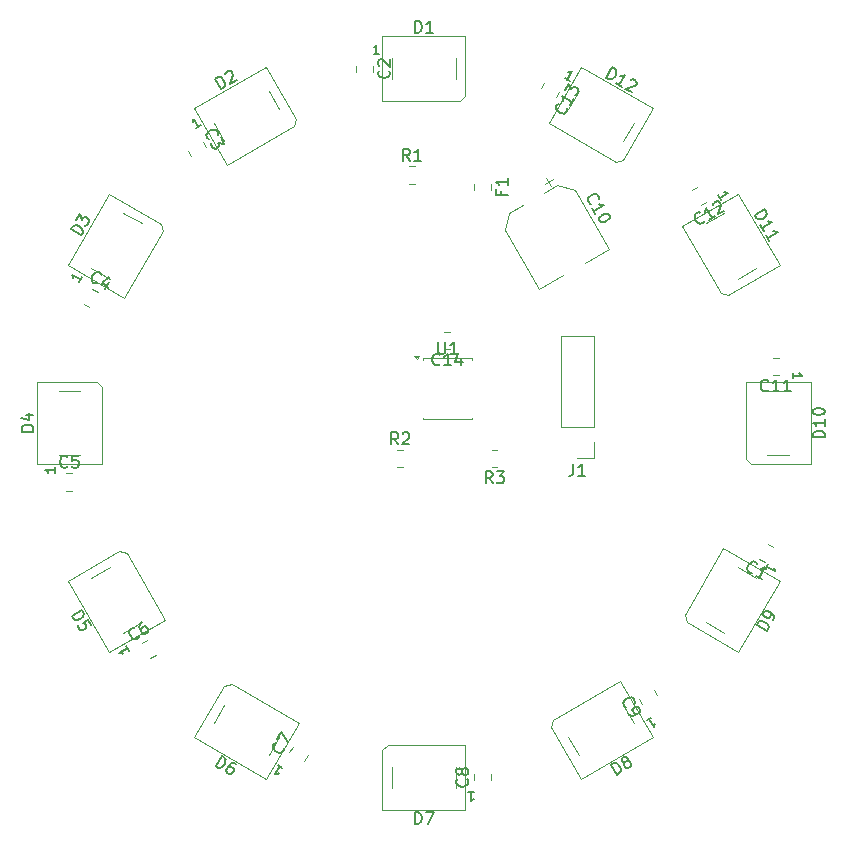
<source format=gbr>
%TF.GenerationSoftware,KiCad,Pcbnew,9.0.6*%
%TF.CreationDate,2026-02-24T16:40:53+01:00*%
%TF.ProjectId,MPC-Status,4d50432d-5374-4617-9475-732e6b696361,rev?*%
%TF.SameCoordinates,Original*%
%TF.FileFunction,Legend,Top*%
%TF.FilePolarity,Positive*%
%FSLAX46Y46*%
G04 Gerber Fmt 4.6, Leading zero omitted, Abs format (unit mm)*
G04 Created by KiCad (PCBNEW 9.0.6) date 2026-02-24 16:40:53*
%MOMM*%
%LPD*%
G01*
G04 APERTURE LIST*
%ADD10C,0.150000*%
%ADD11C,0.120000*%
G04 APERTURE END LIST*
D10*
X132383381Y-134055926D02*
X132883381Y-133189901D01*
X132883381Y-133189901D02*
X133089578Y-133308948D01*
X133089578Y-133308948D02*
X133189486Y-133421616D01*
X133189486Y-133421616D02*
X133224346Y-133551714D01*
X133224346Y-133551714D02*
X133217966Y-133658002D01*
X133217966Y-133658002D02*
X133163967Y-133846769D01*
X133163967Y-133846769D02*
X133092539Y-133970487D01*
X133092539Y-133970487D02*
X132956061Y-134111634D01*
X132956061Y-134111634D02*
X132867203Y-134170303D01*
X132867203Y-134170303D02*
X132737105Y-134205163D01*
X132737105Y-134205163D02*
X132589578Y-134174974D01*
X132589578Y-134174974D02*
X132383381Y-134055926D01*
X134120560Y-133904186D02*
X133955603Y-133808948D01*
X133955603Y-133808948D02*
X133849315Y-133802568D01*
X133849315Y-133802568D02*
X133784266Y-133819998D01*
X133784266Y-133819998D02*
X133630359Y-133896097D01*
X133630359Y-133896097D02*
X133493882Y-134037245D01*
X133493882Y-134037245D02*
X133303405Y-134367159D01*
X133303405Y-134367159D02*
X133297026Y-134473447D01*
X133297026Y-134473447D02*
X133314455Y-134538496D01*
X133314455Y-134538496D02*
X133373124Y-134627355D01*
X133373124Y-134627355D02*
X133538082Y-134722593D01*
X133538082Y-134722593D02*
X133644370Y-134728972D01*
X133644370Y-134728972D02*
X133709419Y-134711543D01*
X133709419Y-134711543D02*
X133798277Y-134652874D01*
X133798277Y-134652874D02*
X133917325Y-134446677D01*
X133917325Y-134446677D02*
X133923704Y-134340389D01*
X133923704Y-134340389D02*
X133906275Y-134275340D01*
X133906275Y-134275340D02*
X133847606Y-134186482D01*
X133847606Y-134186482D02*
X133682648Y-134091244D01*
X133682648Y-134091244D02*
X133576360Y-134084864D01*
X133576360Y-134084864D02*
X133511311Y-134102294D01*
X133511311Y-134102294D02*
X133422453Y-134160963D01*
X137647300Y-133957598D02*
X138043197Y-134186169D01*
X137845249Y-134071883D02*
X137445249Y-134764704D01*
X137445249Y-134764704D02*
X137568375Y-134703825D01*
X137568375Y-134703825D02*
X137672453Y-134675937D01*
X137672453Y-134675937D02*
X137757483Y-134681041D01*
X151357142Y-100039580D02*
X151309523Y-100087200D01*
X151309523Y-100087200D02*
X151166666Y-100134819D01*
X151166666Y-100134819D02*
X151071428Y-100134819D01*
X151071428Y-100134819D02*
X150928571Y-100087200D01*
X150928571Y-100087200D02*
X150833333Y-99991961D01*
X150833333Y-99991961D02*
X150785714Y-99896723D01*
X150785714Y-99896723D02*
X150738095Y-99706247D01*
X150738095Y-99706247D02*
X150738095Y-99563390D01*
X150738095Y-99563390D02*
X150785714Y-99372914D01*
X150785714Y-99372914D02*
X150833333Y-99277676D01*
X150833333Y-99277676D02*
X150928571Y-99182438D01*
X150928571Y-99182438D02*
X151071428Y-99134819D01*
X151071428Y-99134819D02*
X151166666Y-99134819D01*
X151166666Y-99134819D02*
X151309523Y-99182438D01*
X151309523Y-99182438D02*
X151357142Y-99230057D01*
X152309523Y-100134819D02*
X151738095Y-100134819D01*
X152023809Y-100134819D02*
X152023809Y-99134819D01*
X152023809Y-99134819D02*
X151928571Y-99277676D01*
X151928571Y-99277676D02*
X151833333Y-99372914D01*
X151833333Y-99372914D02*
X151738095Y-99420533D01*
X153166666Y-99468152D02*
X153166666Y-100134819D01*
X152928571Y-99087200D02*
X152690476Y-99801485D01*
X152690476Y-99801485D02*
X153309523Y-99801485D01*
X151238095Y-98149819D02*
X151238095Y-98959342D01*
X151238095Y-98959342D02*
X151285714Y-99054580D01*
X151285714Y-99054580D02*
X151333333Y-99102200D01*
X151333333Y-99102200D02*
X151428571Y-99149819D01*
X151428571Y-99149819D02*
X151619047Y-99149819D01*
X151619047Y-99149819D02*
X151714285Y-99102200D01*
X151714285Y-99102200D02*
X151761904Y-99054580D01*
X151761904Y-99054580D02*
X151809523Y-98959342D01*
X151809523Y-98959342D02*
X151809523Y-98149819D01*
X152809523Y-99149819D02*
X152238095Y-99149819D01*
X152523809Y-99149819D02*
X152523809Y-98149819D01*
X152523809Y-98149819D02*
X152428571Y-98292676D01*
X152428571Y-98292676D02*
X152333333Y-98387914D01*
X152333333Y-98387914D02*
X152238095Y-98435533D01*
X120205978Y-121338200D02*
X121072004Y-120838200D01*
X121072004Y-120838200D02*
X121191051Y-121044397D01*
X121191051Y-121044397D02*
X121221241Y-121191924D01*
X121221241Y-121191924D02*
X121186381Y-121322022D01*
X121186381Y-121322022D02*
X121127712Y-121410880D01*
X121127712Y-121410880D02*
X120986564Y-121547358D01*
X120986564Y-121547358D02*
X120862846Y-121618786D01*
X120862846Y-121618786D02*
X120674080Y-121672785D01*
X120674080Y-121672785D02*
X120567791Y-121679165D01*
X120567791Y-121679165D02*
X120437694Y-121644305D01*
X120437694Y-121644305D02*
X120325026Y-121544397D01*
X120325026Y-121544397D02*
X120205978Y-121338200D01*
X121810099Y-122116619D02*
X121572004Y-121704226D01*
X121572004Y-121704226D02*
X121135801Y-121901082D01*
X121135801Y-121901082D02*
X121200850Y-121918511D01*
X121200850Y-121918511D02*
X121289708Y-121977180D01*
X121289708Y-121977180D02*
X121408756Y-122183377D01*
X121408756Y-122183377D02*
X121415136Y-122289665D01*
X121415136Y-122289665D02*
X121397706Y-122354714D01*
X121397706Y-122354714D02*
X121339037Y-122443572D01*
X121339037Y-122443572D02*
X121132840Y-122562620D01*
X121132840Y-122562620D02*
X121026552Y-122569000D01*
X121026552Y-122569000D02*
X120961503Y-122551570D01*
X120961503Y-122551570D02*
X120872645Y-122492901D01*
X120872645Y-122492901D02*
X120753597Y-122286704D01*
X120753597Y-122286704D02*
X120747218Y-122180416D01*
X120747218Y-122180416D02*
X120764647Y-122115367D01*
X124813829Y-123885005D02*
X125042401Y-124280902D01*
X124928115Y-124082954D02*
X124235295Y-124482954D01*
X124235295Y-124482954D02*
X124372364Y-124491794D01*
X124372364Y-124491794D02*
X124476443Y-124519681D01*
X124476443Y-124519681D02*
X124547529Y-124566617D01*
X173763059Y-87887757D02*
X173745630Y-87952806D01*
X173745630Y-87952806D02*
X173645721Y-88065474D01*
X173645721Y-88065474D02*
X173563243Y-88113093D01*
X173563243Y-88113093D02*
X173415715Y-88143282D01*
X173415715Y-88143282D02*
X173285617Y-88108423D01*
X173285617Y-88108423D02*
X173196759Y-88049754D01*
X173196759Y-88049754D02*
X173060282Y-87908606D01*
X173060282Y-87908606D02*
X172988853Y-87784888D01*
X172988853Y-87784888D02*
X172934854Y-87596121D01*
X172934854Y-87596121D02*
X172928475Y-87489833D01*
X172928475Y-87489833D02*
X172963334Y-87359736D01*
X172963334Y-87359736D02*
X173063243Y-87247068D01*
X173063243Y-87247068D02*
X173145721Y-87199449D01*
X173145721Y-87199449D02*
X173293249Y-87169259D01*
X173293249Y-87169259D02*
X173358297Y-87186689D01*
X174635464Y-87494045D02*
X174140593Y-87779760D01*
X174388029Y-87636903D02*
X173888029Y-86770877D01*
X173888029Y-86770877D02*
X173876979Y-86942214D01*
X173876979Y-86942214D02*
X173842119Y-87072312D01*
X173842119Y-87072312D02*
X173783450Y-87161170D01*
X174512998Y-86520022D02*
X174530428Y-86454974D01*
X174530428Y-86454974D02*
X174589097Y-86366115D01*
X174589097Y-86366115D02*
X174795293Y-86247068D01*
X174795293Y-86247068D02*
X174901582Y-86240688D01*
X174901582Y-86240688D02*
X174966630Y-86258118D01*
X174966630Y-86258118D02*
X175055489Y-86316787D01*
X175055489Y-86316787D02*
X175103108Y-86399265D01*
X175103108Y-86399265D02*
X175133297Y-86546793D01*
X175133297Y-86546793D02*
X174924140Y-87327379D01*
X174924140Y-87327379D02*
X175460251Y-87017855D01*
X125896952Y-123058566D02*
X125879522Y-123123615D01*
X125879522Y-123123615D02*
X125779614Y-123236283D01*
X125779614Y-123236283D02*
X125697135Y-123283902D01*
X125697135Y-123283902D02*
X125549608Y-123314091D01*
X125549608Y-123314091D02*
X125419510Y-123279231D01*
X125419510Y-123279231D02*
X125330652Y-123220562D01*
X125330652Y-123220562D02*
X125194174Y-123079415D01*
X125194174Y-123079415D02*
X125122746Y-122955697D01*
X125122746Y-122955697D02*
X125068747Y-122766930D01*
X125068747Y-122766930D02*
X125062367Y-122660642D01*
X125062367Y-122660642D02*
X125097227Y-122530544D01*
X125097227Y-122530544D02*
X125197135Y-122417876D01*
X125197135Y-122417876D02*
X125279614Y-122370257D01*
X125279614Y-122370257D02*
X125427141Y-122340068D01*
X125427141Y-122340068D02*
X125492190Y-122357498D01*
X126186878Y-121846448D02*
X126021921Y-121941686D01*
X126021921Y-121941686D02*
X125963252Y-122030544D01*
X125963252Y-122030544D02*
X125945822Y-122095593D01*
X125945822Y-122095593D02*
X125934772Y-122266930D01*
X125934772Y-122266930D02*
X125988771Y-122455697D01*
X125988771Y-122455697D02*
X126179247Y-122785611D01*
X126179247Y-122785611D02*
X126268106Y-122844280D01*
X126268106Y-122844280D02*
X126333154Y-122861710D01*
X126333154Y-122861710D02*
X126439443Y-122855330D01*
X126439443Y-122855330D02*
X126604400Y-122760092D01*
X126604400Y-122760092D02*
X126663069Y-122671234D01*
X126663069Y-122671234D02*
X126680499Y-122606185D01*
X126680499Y-122606185D02*
X126674119Y-122499897D01*
X126674119Y-122499897D02*
X126555071Y-122293700D01*
X126555071Y-122293700D02*
X126466213Y-122235031D01*
X126466213Y-122235031D02*
X126401164Y-122217601D01*
X126401164Y-122217601D02*
X126294876Y-122223981D01*
X126294876Y-122223981D02*
X126129919Y-122319219D01*
X126129919Y-122319219D02*
X126071250Y-122408078D01*
X126071250Y-122408078D02*
X126053820Y-122473126D01*
X126053820Y-122473126D02*
X126060200Y-122579415D01*
X167150337Y-129075453D02*
X167085288Y-129058023D01*
X167085288Y-129058023D02*
X166972620Y-128958115D01*
X166972620Y-128958115D02*
X166925001Y-128875636D01*
X166925001Y-128875636D02*
X166894812Y-128728109D01*
X166894812Y-128728109D02*
X166929672Y-128598011D01*
X166929672Y-128598011D02*
X166988341Y-128509153D01*
X166988341Y-128509153D02*
X167129488Y-128372675D01*
X167129488Y-128372675D02*
X167253206Y-128301247D01*
X167253206Y-128301247D02*
X167441973Y-128247248D01*
X167441973Y-128247248D02*
X167548261Y-128240868D01*
X167548261Y-128240868D02*
X167678359Y-128275728D01*
X167678359Y-128275728D02*
X167791027Y-128375636D01*
X167791027Y-128375636D02*
X167838646Y-128458115D01*
X167838646Y-128458115D02*
X167868835Y-128605642D01*
X167868835Y-128605642D02*
X167851405Y-128670691D01*
X167305954Y-129535465D02*
X167401192Y-129700422D01*
X167401192Y-129700422D02*
X167490050Y-129759091D01*
X167490050Y-129759091D02*
X167555099Y-129776521D01*
X167555099Y-129776521D02*
X167726436Y-129787571D01*
X167726436Y-129787571D02*
X167915203Y-129733572D01*
X167915203Y-129733572D02*
X168245117Y-129543096D01*
X168245117Y-129543096D02*
X168303786Y-129454238D01*
X168303786Y-129454238D02*
X168321216Y-129389189D01*
X168321216Y-129389189D02*
X168314836Y-129282901D01*
X168314836Y-129282901D02*
X168219598Y-129117944D01*
X168219598Y-129117944D02*
X168130740Y-129059274D01*
X168130740Y-129059274D02*
X168065691Y-129041845D01*
X168065691Y-129041845D02*
X167959403Y-129048224D01*
X167959403Y-129048224D02*
X167753206Y-129167272D01*
X167753206Y-129167272D02*
X167694537Y-129256130D01*
X167694537Y-129256130D02*
X167677108Y-129321179D01*
X167677108Y-129321179D02*
X167683487Y-129427467D01*
X167683487Y-129427467D02*
X167778725Y-129592425D01*
X167778725Y-129592425D02*
X167867584Y-129651094D01*
X167867584Y-129651094D02*
X167932633Y-129668523D01*
X167932633Y-129668523D02*
X168038921Y-129662144D01*
X148833333Y-82804819D02*
X148500000Y-82328628D01*
X148261905Y-82804819D02*
X148261905Y-81804819D01*
X148261905Y-81804819D02*
X148642857Y-81804819D01*
X148642857Y-81804819D02*
X148738095Y-81852438D01*
X148738095Y-81852438D02*
X148785714Y-81900057D01*
X148785714Y-81900057D02*
X148833333Y-81995295D01*
X148833333Y-81995295D02*
X148833333Y-82138152D01*
X148833333Y-82138152D02*
X148785714Y-82233390D01*
X148785714Y-82233390D02*
X148738095Y-82281009D01*
X148738095Y-82281009D02*
X148642857Y-82328628D01*
X148642857Y-82328628D02*
X148261905Y-82328628D01*
X149785714Y-82804819D02*
X149214286Y-82804819D01*
X149500000Y-82804819D02*
X149500000Y-81804819D01*
X149500000Y-81804819D02*
X149404762Y-81947676D01*
X149404762Y-81947676D02*
X149309524Y-82042914D01*
X149309524Y-82042914D02*
X149214286Y-82090533D01*
X155833333Y-110104819D02*
X155500000Y-109628628D01*
X155261905Y-110104819D02*
X155261905Y-109104819D01*
X155261905Y-109104819D02*
X155642857Y-109104819D01*
X155642857Y-109104819D02*
X155738095Y-109152438D01*
X155738095Y-109152438D02*
X155785714Y-109200057D01*
X155785714Y-109200057D02*
X155833333Y-109295295D01*
X155833333Y-109295295D02*
X155833333Y-109438152D01*
X155833333Y-109438152D02*
X155785714Y-109533390D01*
X155785714Y-109533390D02*
X155738095Y-109581009D01*
X155738095Y-109581009D02*
X155642857Y-109628628D01*
X155642857Y-109628628D02*
X155261905Y-109628628D01*
X156166667Y-109104819D02*
X156785714Y-109104819D01*
X156785714Y-109104819D02*
X156452381Y-109485771D01*
X156452381Y-109485771D02*
X156595238Y-109485771D01*
X156595238Y-109485771D02*
X156690476Y-109533390D01*
X156690476Y-109533390D02*
X156738095Y-109581009D01*
X156738095Y-109581009D02*
X156785714Y-109676247D01*
X156785714Y-109676247D02*
X156785714Y-109914342D01*
X156785714Y-109914342D02*
X156738095Y-110009580D01*
X156738095Y-110009580D02*
X156690476Y-110057200D01*
X156690476Y-110057200D02*
X156595238Y-110104819D01*
X156595238Y-110104819D02*
X156309524Y-110104819D01*
X156309524Y-110104819D02*
X156214286Y-110057200D01*
X156214286Y-110057200D02*
X156166667Y-110009580D01*
X183954819Y-106214285D02*
X182954819Y-106214285D01*
X182954819Y-106214285D02*
X182954819Y-105976190D01*
X182954819Y-105976190D02*
X183002438Y-105833333D01*
X183002438Y-105833333D02*
X183097676Y-105738095D01*
X183097676Y-105738095D02*
X183192914Y-105690476D01*
X183192914Y-105690476D02*
X183383390Y-105642857D01*
X183383390Y-105642857D02*
X183526247Y-105642857D01*
X183526247Y-105642857D02*
X183716723Y-105690476D01*
X183716723Y-105690476D02*
X183811961Y-105738095D01*
X183811961Y-105738095D02*
X183907200Y-105833333D01*
X183907200Y-105833333D02*
X183954819Y-105976190D01*
X183954819Y-105976190D02*
X183954819Y-106214285D01*
X183954819Y-104690476D02*
X183954819Y-105261904D01*
X183954819Y-104976190D02*
X182954819Y-104976190D01*
X182954819Y-104976190D02*
X183097676Y-105071428D01*
X183097676Y-105071428D02*
X183192914Y-105166666D01*
X183192914Y-105166666D02*
X183240533Y-105261904D01*
X182954819Y-104071428D02*
X182954819Y-103976190D01*
X182954819Y-103976190D02*
X183002438Y-103880952D01*
X183002438Y-103880952D02*
X183050057Y-103833333D01*
X183050057Y-103833333D02*
X183145295Y-103785714D01*
X183145295Y-103785714D02*
X183335771Y-103738095D01*
X183335771Y-103738095D02*
X183573866Y-103738095D01*
X183573866Y-103738095D02*
X183764342Y-103785714D01*
X183764342Y-103785714D02*
X183859580Y-103833333D01*
X183859580Y-103833333D02*
X183907200Y-103880952D01*
X183907200Y-103880952D02*
X183954819Y-103976190D01*
X183954819Y-103976190D02*
X183954819Y-104071428D01*
X183954819Y-104071428D02*
X183907200Y-104166666D01*
X183907200Y-104166666D02*
X183859580Y-104214285D01*
X183859580Y-104214285D02*
X183764342Y-104261904D01*
X183764342Y-104261904D02*
X183573866Y-104309523D01*
X183573866Y-104309523D02*
X183335771Y-104309523D01*
X183335771Y-104309523D02*
X183145295Y-104261904D01*
X183145295Y-104261904D02*
X183050057Y-104214285D01*
X183050057Y-104214285D02*
X183002438Y-104166666D01*
X183002438Y-104166666D02*
X182954819Y-104071428D01*
X181237704Y-101228571D02*
X181237704Y-100771428D01*
X181237704Y-101000000D02*
X182037704Y-101000000D01*
X182037704Y-101000000D02*
X181923419Y-100923809D01*
X181923419Y-100923809D02*
X181847228Y-100847619D01*
X181847228Y-100847619D02*
X181809133Y-100771428D01*
X147039580Y-75166666D02*
X147087200Y-75214285D01*
X147087200Y-75214285D02*
X147134819Y-75357142D01*
X147134819Y-75357142D02*
X147134819Y-75452380D01*
X147134819Y-75452380D02*
X147087200Y-75595237D01*
X147087200Y-75595237D02*
X146991961Y-75690475D01*
X146991961Y-75690475D02*
X146896723Y-75738094D01*
X146896723Y-75738094D02*
X146706247Y-75785713D01*
X146706247Y-75785713D02*
X146563390Y-75785713D01*
X146563390Y-75785713D02*
X146372914Y-75738094D01*
X146372914Y-75738094D02*
X146277676Y-75690475D01*
X146277676Y-75690475D02*
X146182438Y-75595237D01*
X146182438Y-75595237D02*
X146134819Y-75452380D01*
X146134819Y-75452380D02*
X146134819Y-75357142D01*
X146134819Y-75357142D02*
X146182438Y-75214285D01*
X146182438Y-75214285D02*
X146230057Y-75166666D01*
X146230057Y-74785713D02*
X146182438Y-74738094D01*
X146182438Y-74738094D02*
X146134819Y-74642856D01*
X146134819Y-74642856D02*
X146134819Y-74404761D01*
X146134819Y-74404761D02*
X146182438Y-74309523D01*
X146182438Y-74309523D02*
X146230057Y-74261904D01*
X146230057Y-74261904D02*
X146325295Y-74214285D01*
X146325295Y-74214285D02*
X146420533Y-74214285D01*
X146420533Y-74214285D02*
X146563390Y-74261904D01*
X146563390Y-74261904D02*
X147134819Y-74833332D01*
X147134819Y-74833332D02*
X147134819Y-74214285D01*
X165470988Y-75755652D02*
X165970988Y-74889627D01*
X165970988Y-74889627D02*
X166177184Y-75008675D01*
X166177184Y-75008675D02*
X166277093Y-75121343D01*
X166277093Y-75121343D02*
X166311952Y-75251440D01*
X166311952Y-75251440D02*
X166305572Y-75357728D01*
X166305572Y-75357728D02*
X166251574Y-75546495D01*
X166251574Y-75546495D02*
X166180145Y-75670213D01*
X166180145Y-75670213D02*
X166043668Y-75811361D01*
X166043668Y-75811361D02*
X165954809Y-75870030D01*
X165954809Y-75870030D02*
X165824712Y-75904889D01*
X165824712Y-75904889D02*
X165677184Y-75874700D01*
X165677184Y-75874700D02*
X165470988Y-75755652D01*
X166790645Y-76517557D02*
X166295774Y-76231843D01*
X166543210Y-76374700D02*
X167043210Y-75508675D01*
X167043210Y-75508675D02*
X166889302Y-75584774D01*
X166889302Y-75584774D02*
X166759205Y-75619633D01*
X166759205Y-75619633D02*
X166652917Y-75613253D01*
X167572941Y-75924487D02*
X167637990Y-75907057D01*
X167637990Y-75907057D02*
X167744278Y-75913437D01*
X167744278Y-75913437D02*
X167950474Y-76032484D01*
X167950474Y-76032484D02*
X168009143Y-76121343D01*
X168009143Y-76121343D02*
X168026573Y-76186391D01*
X168026573Y-76186391D02*
X168020193Y-76292680D01*
X168020193Y-76292680D02*
X167972574Y-76375158D01*
X167972574Y-76375158D02*
X167859907Y-76475067D01*
X167859907Y-76475067D02*
X167079321Y-76684224D01*
X167079321Y-76684224D02*
X167615432Y-76993748D01*
X162352699Y-76042401D02*
X161956802Y-75813830D01*
X162154750Y-75928116D02*
X162554750Y-75235295D01*
X162554750Y-75235295D02*
X162431624Y-75296174D01*
X162431624Y-75296174D02*
X162327546Y-75324062D01*
X162327546Y-75324062D02*
X162242516Y-75318958D01*
X156581009Y-85333333D02*
X156581009Y-85666666D01*
X157104819Y-85666666D02*
X156104819Y-85666666D01*
X156104819Y-85666666D02*
X156104819Y-85190476D01*
X157104819Y-84285714D02*
X157104819Y-84857142D01*
X157104819Y-84571428D02*
X156104819Y-84571428D01*
X156104819Y-84571428D02*
X156247676Y-84666666D01*
X156247676Y-84666666D02*
X156342914Y-84761904D01*
X156342914Y-84761904D02*
X156390533Y-84857142D01*
X122315872Y-93173150D02*
X122250823Y-93190579D01*
X122250823Y-93190579D02*
X122103296Y-93160390D01*
X122103296Y-93160390D02*
X122020817Y-93112771D01*
X122020817Y-93112771D02*
X121920909Y-93000103D01*
X121920909Y-93000103D02*
X121886049Y-92870006D01*
X121886049Y-92870006D02*
X121892429Y-92763717D01*
X121892429Y-92763717D02*
X121946428Y-92574951D01*
X121946428Y-92574951D02*
X122017856Y-92451233D01*
X122017856Y-92451233D02*
X122154334Y-92310085D01*
X122154334Y-92310085D02*
X122243192Y-92251416D01*
X122243192Y-92251416D02*
X122373290Y-92216556D01*
X122373290Y-92216556D02*
X122520817Y-92246746D01*
X122520817Y-92246746D02*
X122603296Y-92294365D01*
X122603296Y-92294365D02*
X122703204Y-92407033D01*
X122703204Y-92407033D02*
X122720634Y-92472081D01*
X123343894Y-93106849D02*
X123010560Y-93684200D01*
X123328173Y-92657887D02*
X122764834Y-93157429D01*
X122764834Y-93157429D02*
X123300945Y-93466953D01*
X149261905Y-138954819D02*
X149261905Y-137954819D01*
X149261905Y-137954819D02*
X149500000Y-137954819D01*
X149500000Y-137954819D02*
X149642857Y-138002438D01*
X149642857Y-138002438D02*
X149738095Y-138097676D01*
X149738095Y-138097676D02*
X149785714Y-138192914D01*
X149785714Y-138192914D02*
X149833333Y-138383390D01*
X149833333Y-138383390D02*
X149833333Y-138526247D01*
X149833333Y-138526247D02*
X149785714Y-138716723D01*
X149785714Y-138716723D02*
X149738095Y-138811961D01*
X149738095Y-138811961D02*
X149642857Y-138907200D01*
X149642857Y-138907200D02*
X149500000Y-138954819D01*
X149500000Y-138954819D02*
X149261905Y-138954819D01*
X150166667Y-137954819D02*
X150833333Y-137954819D01*
X150833333Y-137954819D02*
X150404762Y-138954819D01*
X153771428Y-136237704D02*
X154228571Y-136237704D01*
X153999999Y-136237704D02*
X153999999Y-137037704D01*
X153999999Y-137037704D02*
X154076190Y-136923419D01*
X154076190Y-136923419D02*
X154152380Y-136847228D01*
X154152380Y-136847228D02*
X154228571Y-136809133D01*
X131860183Y-80995453D02*
X131795134Y-80978023D01*
X131795134Y-80978023D02*
X131682466Y-80878115D01*
X131682466Y-80878115D02*
X131634847Y-80795636D01*
X131634847Y-80795636D02*
X131604658Y-80648109D01*
X131604658Y-80648109D02*
X131639518Y-80518011D01*
X131639518Y-80518011D02*
X131698187Y-80429153D01*
X131698187Y-80429153D02*
X131839334Y-80292675D01*
X131839334Y-80292675D02*
X131963052Y-80221247D01*
X131963052Y-80221247D02*
X132151819Y-80167248D01*
X132151819Y-80167248D02*
X132258107Y-80160868D01*
X132258107Y-80160868D02*
X132388205Y-80195728D01*
X132388205Y-80195728D02*
X132500873Y-80295636D01*
X132500873Y-80295636D02*
X132548492Y-80378115D01*
X132548492Y-80378115D02*
X132578681Y-80525642D01*
X132578681Y-80525642D02*
X132561251Y-80590691D01*
X132810397Y-80831747D02*
X133119920Y-81367858D01*
X133119920Y-81367858D02*
X132623339Y-81269659D01*
X132623339Y-81269659D02*
X132694768Y-81393377D01*
X132694768Y-81393377D02*
X132701148Y-81499665D01*
X132701148Y-81499665D02*
X132683718Y-81564714D01*
X132683718Y-81564714D02*
X132625049Y-81653572D01*
X132625049Y-81653572D02*
X132418852Y-81772620D01*
X132418852Y-81772620D02*
X132312564Y-81779000D01*
X132312564Y-81779000D02*
X132247515Y-81761570D01*
X132247515Y-81761570D02*
X132158657Y-81702901D01*
X132158657Y-81702901D02*
X132015800Y-81455465D01*
X132015800Y-81455465D02*
X132009420Y-81349177D01*
X132009420Y-81349177D02*
X132026850Y-81284128D01*
X116954819Y-105738094D02*
X115954819Y-105738094D01*
X115954819Y-105738094D02*
X115954819Y-105499999D01*
X115954819Y-105499999D02*
X116002438Y-105357142D01*
X116002438Y-105357142D02*
X116097676Y-105261904D01*
X116097676Y-105261904D02*
X116192914Y-105214285D01*
X116192914Y-105214285D02*
X116383390Y-105166666D01*
X116383390Y-105166666D02*
X116526247Y-105166666D01*
X116526247Y-105166666D02*
X116716723Y-105214285D01*
X116716723Y-105214285D02*
X116811961Y-105261904D01*
X116811961Y-105261904D02*
X116907200Y-105357142D01*
X116907200Y-105357142D02*
X116954819Y-105499999D01*
X116954819Y-105499999D02*
X116954819Y-105738094D01*
X116288152Y-104309523D02*
X116954819Y-104309523D01*
X115907200Y-104547618D02*
X116621485Y-104785713D01*
X116621485Y-104785713D02*
X116621485Y-104166666D01*
X118762295Y-108771428D02*
X118762295Y-109228571D01*
X118762295Y-108999999D02*
X117962295Y-108999999D01*
X117962295Y-108999999D02*
X118076580Y-109076190D01*
X118076580Y-109076190D02*
X118152771Y-109152380D01*
X118152771Y-109152380D02*
X118190866Y-109228571D01*
X178030061Y-87425807D02*
X178896086Y-86925807D01*
X178896086Y-86925807D02*
X179015134Y-87132003D01*
X179015134Y-87132003D02*
X179045323Y-87279531D01*
X179045323Y-87279531D02*
X179010463Y-87409628D01*
X179010463Y-87409628D02*
X178951794Y-87498487D01*
X178951794Y-87498487D02*
X178810647Y-87634964D01*
X178810647Y-87634964D02*
X178686929Y-87706393D01*
X178686929Y-87706393D02*
X178498162Y-87760391D01*
X178498162Y-87760391D02*
X178391874Y-87766771D01*
X178391874Y-87766771D02*
X178261776Y-87731912D01*
X178261776Y-87731912D02*
X178149108Y-87632003D01*
X178149108Y-87632003D02*
X178030061Y-87425807D01*
X178791966Y-88745464D02*
X178506251Y-88250593D01*
X178649108Y-88498029D02*
X179515134Y-87998029D01*
X179515134Y-87998029D02*
X179343797Y-87986979D01*
X179343797Y-87986979D02*
X179213699Y-87952119D01*
X179213699Y-87952119D02*
X179124841Y-87893450D01*
X179268156Y-89570251D02*
X178982442Y-89075379D01*
X179125299Y-89322815D02*
X179991324Y-88822815D01*
X179991324Y-88822815D02*
X179819987Y-88811765D01*
X179819987Y-88811765D02*
X179689890Y-88776905D01*
X179689890Y-88776905D02*
X179601031Y-88718236D01*
X175186170Y-86114994D02*
X174957598Y-85719097D01*
X175071884Y-85917045D02*
X175764704Y-85517045D01*
X175764704Y-85517045D02*
X175627635Y-85508205D01*
X175627635Y-85508205D02*
X175523556Y-85480318D01*
X175523556Y-85480318D02*
X175452470Y-85433382D01*
X179055926Y-122616618D02*
X178189901Y-122116618D01*
X178189901Y-122116618D02*
X178308948Y-121910421D01*
X178308948Y-121910421D02*
X178421616Y-121810513D01*
X178421616Y-121810513D02*
X178551714Y-121775653D01*
X178551714Y-121775653D02*
X178658002Y-121782033D01*
X178658002Y-121782033D02*
X178846769Y-121836032D01*
X178846769Y-121836032D02*
X178970487Y-121907460D01*
X178970487Y-121907460D02*
X179111634Y-122043938D01*
X179111634Y-122043938D02*
X179170303Y-122132796D01*
X179170303Y-122132796D02*
X179205163Y-122262894D01*
X179205163Y-122262894D02*
X179174974Y-122410421D01*
X179174974Y-122410421D02*
X179055926Y-122616618D01*
X179579735Y-121709353D02*
X179674974Y-121544396D01*
X179674974Y-121544396D02*
X179681353Y-121438108D01*
X179681353Y-121438108D02*
X179663924Y-121373059D01*
X179663924Y-121373059D02*
X179587825Y-121219152D01*
X179587825Y-121219152D02*
X179446677Y-121082674D01*
X179446677Y-121082674D02*
X179116763Y-120892198D01*
X179116763Y-120892198D02*
X179010474Y-120885818D01*
X179010474Y-120885818D02*
X178945426Y-120903248D01*
X178945426Y-120903248D02*
X178856567Y-120961917D01*
X178856567Y-120961917D02*
X178761329Y-121126875D01*
X178761329Y-121126875D02*
X178754949Y-121233163D01*
X178754949Y-121233163D02*
X178772379Y-121298211D01*
X178772379Y-121298211D02*
X178831048Y-121387070D01*
X178831048Y-121387070D02*
X179037245Y-121506117D01*
X179037245Y-121506117D02*
X179143533Y-121512497D01*
X179143533Y-121512497D02*
X179208582Y-121495067D01*
X179208582Y-121495067D02*
X179297440Y-121436398D01*
X179297440Y-121436398D02*
X179392678Y-121271441D01*
X179392678Y-121271441D02*
X179399058Y-121165153D01*
X179399058Y-121165153D02*
X179381628Y-121100104D01*
X179381628Y-121100104D02*
X179322959Y-121011246D01*
X178957598Y-117352699D02*
X179186169Y-116956802D01*
X179071883Y-117154750D02*
X179764704Y-117554750D01*
X179764704Y-117554750D02*
X179703825Y-117431624D01*
X179703825Y-117431624D02*
X179675937Y-117327546D01*
X179675937Y-117327546D02*
X179681041Y-117242516D01*
X120993748Y-89116618D02*
X120127723Y-88616618D01*
X120127723Y-88616618D02*
X120246770Y-88410421D01*
X120246770Y-88410421D02*
X120359438Y-88310513D01*
X120359438Y-88310513D02*
X120489536Y-88275653D01*
X120489536Y-88275653D02*
X120595824Y-88282033D01*
X120595824Y-88282033D02*
X120784591Y-88336032D01*
X120784591Y-88336032D02*
X120908309Y-88407460D01*
X120908309Y-88407460D02*
X121049456Y-88543938D01*
X121049456Y-88543938D02*
X121108125Y-88632796D01*
X121108125Y-88632796D02*
X121142985Y-88762894D01*
X121142985Y-88762894D02*
X121112796Y-88910421D01*
X121112796Y-88910421D02*
X120993748Y-89116618D01*
X120580104Y-87833071D02*
X120889627Y-87296960D01*
X120889627Y-87296960D02*
X121052875Y-87776111D01*
X121052875Y-87776111D02*
X121124304Y-87652393D01*
X121124304Y-87652393D02*
X121213162Y-87593724D01*
X121213162Y-87593724D02*
X121278211Y-87576295D01*
X121278211Y-87576295D02*
X121384499Y-87582674D01*
X121384499Y-87582674D02*
X121590696Y-87701722D01*
X121590696Y-87701722D02*
X121649365Y-87790580D01*
X121649365Y-87790580D02*
X121666794Y-87855629D01*
X121666794Y-87855629D02*
X121660415Y-87961917D01*
X121660415Y-87961917D02*
X121517557Y-88209353D01*
X121517557Y-88209353D02*
X121428699Y-88268022D01*
X121428699Y-88268022D02*
X121363650Y-88285452D01*
X121042401Y-92647300D02*
X120813830Y-93043197D01*
X120928116Y-92845249D02*
X120235295Y-92445249D01*
X120235295Y-92445249D02*
X120296174Y-92568375D01*
X120296174Y-92568375D02*
X120324062Y-92672453D01*
X120324062Y-92672453D02*
X120318958Y-92757483D01*
X166338200Y-134794021D02*
X165838200Y-133927995D01*
X165838200Y-133927995D02*
X166044397Y-133808948D01*
X166044397Y-133808948D02*
X166191924Y-133778758D01*
X166191924Y-133778758D02*
X166322022Y-133813618D01*
X166322022Y-133813618D02*
X166410880Y-133872287D01*
X166410880Y-133872287D02*
X166547358Y-134013435D01*
X166547358Y-134013435D02*
X166618786Y-134137153D01*
X166618786Y-134137153D02*
X166672785Y-134325919D01*
X166672785Y-134325919D02*
X166679165Y-134432208D01*
X166679165Y-134432208D02*
X166644305Y-134562305D01*
X166644305Y-134562305D02*
X166544397Y-134674973D01*
X166544397Y-134674973D02*
X166338200Y-134794021D01*
X167042229Y-133727720D02*
X166935941Y-133734100D01*
X166935941Y-133734100D02*
X166870892Y-133716670D01*
X166870892Y-133716670D02*
X166782034Y-133658001D01*
X166782034Y-133658001D02*
X166758224Y-133616762D01*
X166758224Y-133616762D02*
X166751845Y-133510474D01*
X166751845Y-133510474D02*
X166769274Y-133445425D01*
X166769274Y-133445425D02*
X166827944Y-133356567D01*
X166827944Y-133356567D02*
X166992901Y-133261329D01*
X166992901Y-133261329D02*
X167099189Y-133254949D01*
X167099189Y-133254949D02*
X167164238Y-133272379D01*
X167164238Y-133272379D02*
X167253096Y-133331048D01*
X167253096Y-133331048D02*
X167276906Y-133372287D01*
X167276906Y-133372287D02*
X167283285Y-133478575D01*
X167283285Y-133478575D02*
X167265856Y-133543624D01*
X167265856Y-133543624D02*
X167207186Y-133632482D01*
X167207186Y-133632482D02*
X167042229Y-133727720D01*
X167042229Y-133727720D02*
X166983560Y-133816579D01*
X166983560Y-133816579D02*
X166966130Y-133881628D01*
X166966130Y-133881628D02*
X166972510Y-133987916D01*
X166972510Y-133987916D02*
X167067748Y-134152873D01*
X167067748Y-134152873D02*
X167156607Y-134211542D01*
X167156607Y-134211542D02*
X167221655Y-134228972D01*
X167221655Y-134228972D02*
X167327944Y-134222592D01*
X167327944Y-134222592D02*
X167492901Y-134127354D01*
X167492901Y-134127354D02*
X167551570Y-134038496D01*
X167551570Y-134038496D02*
X167569000Y-133973447D01*
X167569000Y-133973447D02*
X167562620Y-133867159D01*
X167562620Y-133867159D02*
X167467382Y-133702202D01*
X167467382Y-133702202D02*
X167378523Y-133643532D01*
X167378523Y-133643532D02*
X167313475Y-133626103D01*
X167313475Y-133626103D02*
X167207186Y-133632482D01*
X168885005Y-130186170D02*
X169280902Y-129957598D01*
X169082954Y-130071884D02*
X169482954Y-130764704D01*
X169482954Y-130764704D02*
X169491794Y-130627635D01*
X169491794Y-130627635D02*
X169519681Y-130523556D01*
X169519681Y-130523556D02*
X169566617Y-130452470D01*
X119833333Y-108679580D02*
X119785714Y-108727200D01*
X119785714Y-108727200D02*
X119642857Y-108774819D01*
X119642857Y-108774819D02*
X119547619Y-108774819D01*
X119547619Y-108774819D02*
X119404762Y-108727200D01*
X119404762Y-108727200D02*
X119309524Y-108631961D01*
X119309524Y-108631961D02*
X119261905Y-108536723D01*
X119261905Y-108536723D02*
X119214286Y-108346247D01*
X119214286Y-108346247D02*
X119214286Y-108203390D01*
X119214286Y-108203390D02*
X119261905Y-108012914D01*
X119261905Y-108012914D02*
X119309524Y-107917676D01*
X119309524Y-107917676D02*
X119404762Y-107822438D01*
X119404762Y-107822438D02*
X119547619Y-107774819D01*
X119547619Y-107774819D02*
X119642857Y-107774819D01*
X119642857Y-107774819D02*
X119785714Y-107822438D01*
X119785714Y-107822438D02*
X119833333Y-107870057D01*
X120738095Y-107774819D02*
X120261905Y-107774819D01*
X120261905Y-107774819D02*
X120214286Y-108251009D01*
X120214286Y-108251009D02*
X120261905Y-108203390D01*
X120261905Y-108203390D02*
X120357143Y-108155771D01*
X120357143Y-108155771D02*
X120595238Y-108155771D01*
X120595238Y-108155771D02*
X120690476Y-108203390D01*
X120690476Y-108203390D02*
X120738095Y-108251009D01*
X120738095Y-108251009D02*
X120785714Y-108346247D01*
X120785714Y-108346247D02*
X120785714Y-108584342D01*
X120785714Y-108584342D02*
X120738095Y-108679580D01*
X120738095Y-108679580D02*
X120690476Y-108727200D01*
X120690476Y-108727200D02*
X120595238Y-108774819D01*
X120595238Y-108774819D02*
X120357143Y-108774819D01*
X120357143Y-108774819D02*
X120261905Y-108727200D01*
X120261905Y-108727200D02*
X120214286Y-108679580D01*
X132838200Y-76731843D02*
X132338200Y-75865817D01*
X132338200Y-75865817D02*
X132544397Y-75746770D01*
X132544397Y-75746770D02*
X132691924Y-75716580D01*
X132691924Y-75716580D02*
X132822022Y-75751440D01*
X132822022Y-75751440D02*
X132910880Y-75810109D01*
X132910880Y-75810109D02*
X133047358Y-75951257D01*
X133047358Y-75951257D02*
X133118786Y-76074975D01*
X133118786Y-76074975D02*
X133172785Y-76263741D01*
X133172785Y-76263741D02*
X133179165Y-76370030D01*
X133179165Y-76370030D02*
X133144305Y-76500127D01*
X133144305Y-76500127D02*
X133044397Y-76612795D01*
X133044397Y-76612795D02*
X132838200Y-76731843D01*
X133210605Y-75472105D02*
X133228035Y-75407057D01*
X133228035Y-75407057D02*
X133286704Y-75318198D01*
X133286704Y-75318198D02*
X133492901Y-75199151D01*
X133492901Y-75199151D02*
X133599189Y-75192771D01*
X133599189Y-75192771D02*
X133664238Y-75210201D01*
X133664238Y-75210201D02*
X133753096Y-75268870D01*
X133753096Y-75268870D02*
X133800715Y-75351348D01*
X133800715Y-75351348D02*
X133830904Y-75498876D01*
X133830904Y-75498876D02*
X133621747Y-76279462D01*
X133621747Y-76279462D02*
X134157858Y-75969938D01*
X131114994Y-79813829D02*
X130719097Y-80042401D01*
X130917045Y-79928115D02*
X130517045Y-79235295D01*
X130517045Y-79235295D02*
X130508205Y-79372364D01*
X130508205Y-79372364D02*
X130480318Y-79476443D01*
X130480318Y-79476443D02*
X130433382Y-79547529D01*
X162144900Y-78376521D02*
X162162330Y-78441569D01*
X162162330Y-78441569D02*
X162132141Y-78589097D01*
X162132141Y-78589097D02*
X162084522Y-78671576D01*
X162084522Y-78671576D02*
X161971854Y-78771484D01*
X161971854Y-78771484D02*
X161841756Y-78806343D01*
X161841756Y-78806343D02*
X161735468Y-78799964D01*
X161735468Y-78799964D02*
X161546701Y-78745965D01*
X161546701Y-78745965D02*
X161422983Y-78674536D01*
X161422983Y-78674536D02*
X161281836Y-78538059D01*
X161281836Y-78538059D02*
X161223167Y-78449201D01*
X161223167Y-78449201D02*
X161188307Y-78319103D01*
X161188307Y-78319103D02*
X161218496Y-78171576D01*
X161218496Y-78171576D02*
X161266115Y-78089097D01*
X161266115Y-78089097D02*
X161378783Y-77989189D01*
X161378783Y-77989189D02*
X161443832Y-77971759D01*
X162703569Y-77599354D02*
X162417855Y-78094225D01*
X162560712Y-77846789D02*
X161694687Y-77346789D01*
X161694687Y-77346789D02*
X161770786Y-77500697D01*
X161770786Y-77500697D02*
X161805645Y-77630794D01*
X161805645Y-77630794D02*
X161799265Y-77737082D01*
X162004211Y-76810678D02*
X162313734Y-76274567D01*
X162313734Y-76274567D02*
X162476982Y-76753719D01*
X162476982Y-76753719D02*
X162548411Y-76630001D01*
X162548411Y-76630001D02*
X162637269Y-76571332D01*
X162637269Y-76571332D02*
X162702318Y-76553902D01*
X162702318Y-76553902D02*
X162808606Y-76560282D01*
X162808606Y-76560282D02*
X163014803Y-76679329D01*
X163014803Y-76679329D02*
X163073472Y-76768188D01*
X163073472Y-76768188D02*
X163090901Y-76833237D01*
X163090901Y-76833237D02*
X163084522Y-76939525D01*
X163084522Y-76939525D02*
X162941664Y-77186960D01*
X162941664Y-77186960D02*
X162852806Y-77245630D01*
X162852806Y-77245630D02*
X162787757Y-77263059D01*
X177835872Y-117682996D02*
X177770823Y-117700425D01*
X177770823Y-117700425D02*
X177623296Y-117670236D01*
X177623296Y-117670236D02*
X177540817Y-117622617D01*
X177540817Y-117622617D02*
X177440909Y-117509949D01*
X177440909Y-117509949D02*
X177406049Y-117379852D01*
X177406049Y-117379852D02*
X177412429Y-117273563D01*
X177412429Y-117273563D02*
X177466428Y-117084797D01*
X177466428Y-117084797D02*
X177537856Y-116961079D01*
X177537856Y-116961079D02*
X177674334Y-116819931D01*
X177674334Y-116819931D02*
X177763192Y-116761262D01*
X177763192Y-116761262D02*
X177893290Y-116726402D01*
X177893290Y-116726402D02*
X178040817Y-116756592D01*
X178040817Y-116756592D02*
X178123296Y-116804211D01*
X178123296Y-116804211D02*
X178223204Y-116916879D01*
X178223204Y-116916879D02*
X178240634Y-116981927D01*
X178613039Y-118241665D02*
X178118167Y-117955950D01*
X178365603Y-118098808D02*
X178865603Y-117232782D01*
X178865603Y-117232782D02*
X178711696Y-117308881D01*
X178711696Y-117308881D02*
X178581598Y-117343741D01*
X178581598Y-117343741D02*
X178475310Y-117337361D01*
X153679580Y-135166666D02*
X153727200Y-135214285D01*
X153727200Y-135214285D02*
X153774819Y-135357142D01*
X153774819Y-135357142D02*
X153774819Y-135452380D01*
X153774819Y-135452380D02*
X153727200Y-135595237D01*
X153727200Y-135595237D02*
X153631961Y-135690475D01*
X153631961Y-135690475D02*
X153536723Y-135738094D01*
X153536723Y-135738094D02*
X153346247Y-135785713D01*
X153346247Y-135785713D02*
X153203390Y-135785713D01*
X153203390Y-135785713D02*
X153012914Y-135738094D01*
X153012914Y-135738094D02*
X152917676Y-135690475D01*
X152917676Y-135690475D02*
X152822438Y-135595237D01*
X152822438Y-135595237D02*
X152774819Y-135452380D01*
X152774819Y-135452380D02*
X152774819Y-135357142D01*
X152774819Y-135357142D02*
X152822438Y-135214285D01*
X152822438Y-135214285D02*
X152870057Y-135166666D01*
X153203390Y-134595237D02*
X153155771Y-134690475D01*
X153155771Y-134690475D02*
X153108152Y-134738094D01*
X153108152Y-134738094D02*
X153012914Y-134785713D01*
X153012914Y-134785713D02*
X152965295Y-134785713D01*
X152965295Y-134785713D02*
X152870057Y-134738094D01*
X152870057Y-134738094D02*
X152822438Y-134690475D01*
X152822438Y-134690475D02*
X152774819Y-134595237D01*
X152774819Y-134595237D02*
X152774819Y-134404761D01*
X152774819Y-134404761D02*
X152822438Y-134309523D01*
X152822438Y-134309523D02*
X152870057Y-134261904D01*
X152870057Y-134261904D02*
X152965295Y-134214285D01*
X152965295Y-134214285D02*
X153012914Y-134214285D01*
X153012914Y-134214285D02*
X153108152Y-134261904D01*
X153108152Y-134261904D02*
X153155771Y-134309523D01*
X153155771Y-134309523D02*
X153203390Y-134404761D01*
X153203390Y-134404761D02*
X153203390Y-134595237D01*
X153203390Y-134595237D02*
X153251009Y-134690475D01*
X153251009Y-134690475D02*
X153298628Y-134738094D01*
X153298628Y-134738094D02*
X153393866Y-134785713D01*
X153393866Y-134785713D02*
X153584342Y-134785713D01*
X153584342Y-134785713D02*
X153679580Y-134738094D01*
X153679580Y-134738094D02*
X153727200Y-134690475D01*
X153727200Y-134690475D02*
X153774819Y-134595237D01*
X153774819Y-134595237D02*
X153774819Y-134404761D01*
X153774819Y-134404761D02*
X153727200Y-134309523D01*
X153727200Y-134309523D02*
X153679580Y-134261904D01*
X153679580Y-134261904D02*
X153584342Y-134214285D01*
X153584342Y-134214285D02*
X153393866Y-134214285D01*
X153393866Y-134214285D02*
X153298628Y-134261904D01*
X153298628Y-134261904D02*
X153251009Y-134309523D01*
X153251009Y-134309523D02*
X153203390Y-134404761D01*
X179157142Y-102239580D02*
X179109523Y-102287200D01*
X179109523Y-102287200D02*
X178966666Y-102334819D01*
X178966666Y-102334819D02*
X178871428Y-102334819D01*
X178871428Y-102334819D02*
X178728571Y-102287200D01*
X178728571Y-102287200D02*
X178633333Y-102191961D01*
X178633333Y-102191961D02*
X178585714Y-102096723D01*
X178585714Y-102096723D02*
X178538095Y-101906247D01*
X178538095Y-101906247D02*
X178538095Y-101763390D01*
X178538095Y-101763390D02*
X178585714Y-101572914D01*
X178585714Y-101572914D02*
X178633333Y-101477676D01*
X178633333Y-101477676D02*
X178728571Y-101382438D01*
X178728571Y-101382438D02*
X178871428Y-101334819D01*
X178871428Y-101334819D02*
X178966666Y-101334819D01*
X178966666Y-101334819D02*
X179109523Y-101382438D01*
X179109523Y-101382438D02*
X179157142Y-101430057D01*
X180109523Y-102334819D02*
X179538095Y-102334819D01*
X179823809Y-102334819D02*
X179823809Y-101334819D01*
X179823809Y-101334819D02*
X179728571Y-101477676D01*
X179728571Y-101477676D02*
X179633333Y-101572914D01*
X179633333Y-101572914D02*
X179538095Y-101620533D01*
X181061904Y-102334819D02*
X180490476Y-102334819D01*
X180776190Y-102334819D02*
X180776190Y-101334819D01*
X180776190Y-101334819D02*
X180680952Y-101477676D01*
X180680952Y-101477676D02*
X180585714Y-101572914D01*
X180585714Y-101572914D02*
X180490476Y-101620533D01*
X162666666Y-108454819D02*
X162666666Y-109169104D01*
X162666666Y-109169104D02*
X162619047Y-109311961D01*
X162619047Y-109311961D02*
X162523809Y-109407200D01*
X162523809Y-109407200D02*
X162380952Y-109454819D01*
X162380952Y-109454819D02*
X162285714Y-109454819D01*
X163666666Y-109454819D02*
X163095238Y-109454819D01*
X163380952Y-109454819D02*
X163380952Y-108454819D01*
X163380952Y-108454819D02*
X163285714Y-108597676D01*
X163285714Y-108597676D02*
X163190476Y-108692914D01*
X163190476Y-108692914D02*
X163095238Y-108740533D01*
X164134376Y-86448059D02*
X164069327Y-86430630D01*
X164069327Y-86430630D02*
X163956659Y-86330721D01*
X163956659Y-86330721D02*
X163909040Y-86248243D01*
X163909040Y-86248243D02*
X163878851Y-86100715D01*
X163878851Y-86100715D02*
X163913710Y-85970617D01*
X163913710Y-85970617D02*
X163972379Y-85881759D01*
X163972379Y-85881759D02*
X164113527Y-85745282D01*
X164113527Y-85745282D02*
X164237245Y-85673853D01*
X164237245Y-85673853D02*
X164426012Y-85619854D01*
X164426012Y-85619854D02*
X164532300Y-85613475D01*
X164532300Y-85613475D02*
X164662397Y-85648334D01*
X164662397Y-85648334D02*
X164775065Y-85748243D01*
X164775065Y-85748243D02*
X164822684Y-85830721D01*
X164822684Y-85830721D02*
X164852874Y-85978249D01*
X164852874Y-85978249D02*
X164835444Y-86043297D01*
X164528088Y-87320464D02*
X164242373Y-86825593D01*
X164385230Y-87073029D02*
X165251256Y-86573029D01*
X165251256Y-86573029D02*
X165079919Y-86561979D01*
X165079919Y-86561979D02*
X164949821Y-86527119D01*
X164949821Y-86527119D02*
X164860963Y-86468450D01*
X165703637Y-87356575D02*
X165751256Y-87439054D01*
X165751256Y-87439054D02*
X165757636Y-87545342D01*
X165757636Y-87545342D02*
X165740206Y-87610391D01*
X165740206Y-87610391D02*
X165681537Y-87699249D01*
X165681537Y-87699249D02*
X165540389Y-87835727D01*
X165540389Y-87835727D02*
X165334192Y-87954774D01*
X165334192Y-87954774D02*
X165145426Y-88008773D01*
X165145426Y-88008773D02*
X165039138Y-88015153D01*
X165039138Y-88015153D02*
X164974089Y-87997723D01*
X164974089Y-87997723D02*
X164885230Y-87939054D01*
X164885230Y-87939054D02*
X164837611Y-87856575D01*
X164837611Y-87856575D02*
X164831232Y-87750287D01*
X164831232Y-87750287D02*
X164848661Y-87685239D01*
X164848661Y-87685239D02*
X164907330Y-87596380D01*
X164907330Y-87596380D02*
X165048478Y-87459903D01*
X165048478Y-87459903D02*
X165254675Y-87340855D01*
X165254675Y-87340855D02*
X165443441Y-87286856D01*
X165443441Y-87286856D02*
X165549730Y-87280477D01*
X165549730Y-87280477D02*
X165614778Y-87297906D01*
X165614778Y-87297906D02*
X165703637Y-87356575D01*
X147833333Y-106804819D02*
X147500000Y-106328628D01*
X147261905Y-106804819D02*
X147261905Y-105804819D01*
X147261905Y-105804819D02*
X147642857Y-105804819D01*
X147642857Y-105804819D02*
X147738095Y-105852438D01*
X147738095Y-105852438D02*
X147785714Y-105900057D01*
X147785714Y-105900057D02*
X147833333Y-105995295D01*
X147833333Y-105995295D02*
X147833333Y-106138152D01*
X147833333Y-106138152D02*
X147785714Y-106233390D01*
X147785714Y-106233390D02*
X147738095Y-106281009D01*
X147738095Y-106281009D02*
X147642857Y-106328628D01*
X147642857Y-106328628D02*
X147261905Y-106328628D01*
X148214286Y-105900057D02*
X148261905Y-105852438D01*
X148261905Y-105852438D02*
X148357143Y-105804819D01*
X148357143Y-105804819D02*
X148595238Y-105804819D01*
X148595238Y-105804819D02*
X148690476Y-105852438D01*
X148690476Y-105852438D02*
X148738095Y-105900057D01*
X148738095Y-105900057D02*
X148785714Y-105995295D01*
X148785714Y-105995295D02*
X148785714Y-106090533D01*
X148785714Y-106090533D02*
X148738095Y-106233390D01*
X148738095Y-106233390D02*
X148166667Y-106804819D01*
X148166667Y-106804819D02*
X148785714Y-106804819D01*
X138173150Y-132484127D02*
X138190579Y-132549176D01*
X138190579Y-132549176D02*
X138160390Y-132696703D01*
X138160390Y-132696703D02*
X138112771Y-132779182D01*
X138112771Y-132779182D02*
X138000103Y-132879090D01*
X138000103Y-132879090D02*
X137870006Y-132913950D01*
X137870006Y-132913950D02*
X137763717Y-132907570D01*
X137763717Y-132907570D02*
X137574951Y-132853571D01*
X137574951Y-132853571D02*
X137451233Y-132782143D01*
X137451233Y-132782143D02*
X137310085Y-132645665D01*
X137310085Y-132645665D02*
X137251416Y-132556807D01*
X137251416Y-132556807D02*
X137216556Y-132426709D01*
X137216556Y-132426709D02*
X137246746Y-132279182D01*
X137246746Y-132279182D02*
X137294365Y-132196703D01*
X137294365Y-132196703D02*
X137407033Y-132096795D01*
X137407033Y-132096795D02*
X137472081Y-132079365D01*
X137556270Y-131743071D02*
X137889603Y-131165721D01*
X137889603Y-131165721D02*
X138541343Y-132036875D01*
X149261905Y-71954819D02*
X149261905Y-70954819D01*
X149261905Y-70954819D02*
X149500000Y-70954819D01*
X149500000Y-70954819D02*
X149642857Y-71002438D01*
X149642857Y-71002438D02*
X149738095Y-71097676D01*
X149738095Y-71097676D02*
X149785714Y-71192914D01*
X149785714Y-71192914D02*
X149833333Y-71383390D01*
X149833333Y-71383390D02*
X149833333Y-71526247D01*
X149833333Y-71526247D02*
X149785714Y-71716723D01*
X149785714Y-71716723D02*
X149738095Y-71811961D01*
X149738095Y-71811961D02*
X149642857Y-71907200D01*
X149642857Y-71907200D02*
X149500000Y-71954819D01*
X149500000Y-71954819D02*
X149261905Y-71954819D01*
X150785714Y-71954819D02*
X150214286Y-71954819D01*
X150500000Y-71954819D02*
X150500000Y-70954819D01*
X150500000Y-70954819D02*
X150404762Y-71097676D01*
X150404762Y-71097676D02*
X150309524Y-71192914D01*
X150309524Y-71192914D02*
X150214286Y-71240533D01*
X146228571Y-73762295D02*
X145771428Y-73762295D01*
X146000000Y-73762295D02*
X146000000Y-72962295D01*
X146000000Y-72962295D02*
X145923809Y-73076580D01*
X145923809Y-73076580D02*
X145847619Y-73152771D01*
X145847619Y-73152771D02*
X145771428Y-73190866D01*
D11*
%TO.C,D6*%
X133111731Y-128870577D02*
X132211731Y-130429423D01*
X133118911Y-127258142D02*
X130593911Y-131631570D01*
X133733623Y-127093430D02*
X133118911Y-127258142D01*
X136656089Y-135131570D02*
X130593911Y-131631570D01*
X136656089Y-135131570D02*
X139406089Y-130368430D01*
X137788269Y-131570577D02*
X136888269Y-133129423D01*
X139406089Y-130368430D02*
X133733623Y-127093430D01*
%TO.C,C14*%
X152261252Y-97265000D02*
X151738748Y-97265000D01*
X152261252Y-98735000D02*
X151738748Y-98735000D01*
%TO.C,U1*%
X149940000Y-99535000D02*
X154060000Y-99535000D01*
X149940000Y-99630000D02*
X149940000Y-99535000D01*
X149940000Y-104655000D02*
X149940000Y-104560000D01*
X154060000Y-99535000D02*
X154060000Y-99630000D01*
X154060000Y-104560000D02*
X154060000Y-104655000D01*
X154060000Y-104655000D02*
X149940000Y-104655000D01*
X149400000Y-99625000D02*
X149160000Y-99295000D01*
X149640000Y-99295000D01*
X149400000Y-99625000D01*
G36*
X149400000Y-99625000D02*
G01*
X149160000Y-99295000D01*
X149640000Y-99295000D01*
X149400000Y-99625000D01*
G37*
%TO.C,D5*%
X123368430Y-124406089D02*
X119868430Y-118343911D01*
X123368430Y-124406089D02*
X128131570Y-121656089D01*
X123429423Y-117211731D02*
X121870577Y-118111731D01*
X124241858Y-115818911D02*
X119868430Y-118343911D01*
X124856570Y-115983623D02*
X124241858Y-115818911D01*
X126129423Y-121888269D02*
X124570577Y-122788269D01*
X128131570Y-121656089D02*
X124856570Y-115983623D01*
%TO.C,C12*%
X173158751Y-85032845D02*
X172706249Y-85294097D01*
X173893751Y-86305903D02*
X173441249Y-86567155D01*
%TO.C,C6*%
X126107748Y-123612847D02*
X126560250Y-123351595D01*
X126842748Y-124885905D02*
X127295250Y-124624653D01*
%TO.C,C9*%
X168494097Y-128793751D02*
X168232845Y-128341249D01*
X169767155Y-128058751D02*
X169505903Y-127606249D01*
%TO.C,R1*%
X148772936Y-83265000D02*
X149227064Y-83265000D01*
X148772936Y-84735000D02*
X149227064Y-84735000D01*
%TO.C,R3*%
X156227064Y-107265000D02*
X155772936Y-107265000D01*
X156227064Y-108735000D02*
X155772936Y-108735000D01*
%TO.C,D10*%
X177250000Y-101500000D02*
X177250000Y-108050000D01*
X177250000Y-108050000D02*
X177700000Y-108500000D01*
X177700000Y-108500000D02*
X182750000Y-108500000D01*
X179100000Y-102300000D02*
X180900000Y-102300000D01*
X179100000Y-107700000D02*
X180900000Y-107700000D01*
X182750000Y-101500000D02*
X177250000Y-101500000D01*
X182750000Y-101500000D02*
X182750000Y-108500000D01*
%TO.C,C2*%
X144265000Y-74738748D02*
X144265000Y-75261252D01*
X145735000Y-74738748D02*
X145735000Y-75261252D01*
%TO.C,D12*%
X160593911Y-79631570D02*
X166266377Y-82906570D01*
X162211731Y-78429423D02*
X163111731Y-76870577D01*
X163343911Y-74868430D02*
X160593911Y-79631570D01*
X163343911Y-74868430D02*
X169406089Y-78368430D01*
X166266377Y-82906570D02*
X166881089Y-82741858D01*
X166881089Y-82741858D02*
X169406089Y-78368430D01*
X166888269Y-81129423D02*
X167788269Y-79570577D01*
%TO.C,F1*%
X155710000Y-84738748D02*
X155710000Y-85261252D01*
X154290000Y-84738748D02*
X154290000Y-85261252D01*
%TO.C,C4*%
X121206249Y-94905903D02*
X121658751Y-95167155D01*
X121941249Y-93632845D02*
X122393751Y-93894097D01*
%TO.C,D7*%
X146500000Y-132700000D02*
X146500000Y-137750000D01*
X146950000Y-132250000D02*
X146500000Y-132700000D01*
X147300000Y-134100000D02*
X147300000Y-135900000D01*
X152700000Y-134100000D02*
X152700000Y-135900000D01*
X153500000Y-132250000D02*
X146950000Y-132250000D01*
X153500000Y-137750000D02*
X146500000Y-137750000D01*
X153500000Y-137750000D02*
X153500000Y-132250000D01*
%TO.C,C3*%
X130032845Y-81941249D02*
X130294097Y-82393751D01*
X131305903Y-81206249D02*
X131567155Y-81658751D01*
%TO.C,D4*%
X117250000Y-108500000D02*
X117250000Y-101500000D01*
X117250000Y-108500000D02*
X122750000Y-108500000D01*
X120900000Y-102300000D02*
X119100000Y-102300000D01*
X120900000Y-107700000D02*
X119100000Y-107700000D01*
X122300000Y-101500000D02*
X117250000Y-101500000D01*
X122750000Y-101950000D02*
X122300000Y-101500000D01*
X122750000Y-108500000D02*
X122750000Y-101950000D01*
%TO.C,D11*%
X171868430Y-88343911D02*
X175143430Y-94016377D01*
X173870577Y-88111731D02*
X175429423Y-87211731D01*
X175143430Y-94016377D02*
X175758142Y-94181089D01*
X175758142Y-94181089D02*
X180131570Y-91656089D01*
X176570577Y-92788269D02*
X178129423Y-91888269D01*
X176631570Y-85593911D02*
X171868430Y-88343911D01*
X176631570Y-85593911D02*
X180131570Y-91656089D01*
%TO.C,D9*%
X172093430Y-121266377D02*
X172258142Y-121881089D01*
X172258142Y-121881089D02*
X176631570Y-124406089D01*
X173870577Y-121888269D02*
X175429423Y-122788269D01*
X175368430Y-115593911D02*
X172093430Y-121266377D01*
X176570577Y-117211731D02*
X178129423Y-118111731D01*
X180131570Y-118343911D02*
X175368430Y-115593911D01*
X180131570Y-118343911D02*
X176631570Y-124406089D01*
%TO.C,D3*%
X119868430Y-91656089D02*
X123368430Y-85593911D01*
X119868430Y-91656089D02*
X124631570Y-94406089D01*
X123429423Y-92788269D02*
X121870577Y-91888269D01*
X124631570Y-94406089D02*
X127906570Y-88733623D01*
X126129423Y-88111731D02*
X124570577Y-87211731D01*
X127741858Y-88118911D02*
X123368430Y-85593911D01*
X127906570Y-88733623D02*
X127741858Y-88118911D01*
%TO.C,D8*%
X160818911Y-130758142D02*
X163343911Y-135131570D01*
X160983623Y-130143430D02*
X160818911Y-130758142D01*
X162211731Y-131570577D02*
X163111731Y-133129423D01*
X166656089Y-126868430D02*
X160983623Y-130143430D01*
X166888269Y-128870577D02*
X167788269Y-130429423D01*
X169406089Y-131631570D02*
X163343911Y-135131570D01*
X169406089Y-131631570D02*
X166656089Y-126868430D01*
%TO.C,C5*%
X119738748Y-109265000D02*
X120261252Y-109265000D01*
X119738748Y-110735000D02*
X120261252Y-110735000D01*
%TO.C,D2*%
X130593911Y-78368430D02*
X133343911Y-83131570D01*
X130593911Y-78368430D02*
X136656089Y-74868430D01*
X133111731Y-81129423D02*
X132211731Y-79570577D01*
X133343911Y-83131570D02*
X139016377Y-79856570D01*
X137788269Y-78429423D02*
X136888269Y-76870577D01*
X139016377Y-79856570D02*
X139181089Y-79241858D01*
X139181089Y-79241858D02*
X136656089Y-74868430D01*
%TO.C,C13*%
X160194097Y-76206249D02*
X159932845Y-76658751D01*
X161467155Y-76941249D02*
X161205903Y-77393751D01*
%TO.C,C1*%
X178858751Y-116767155D02*
X178406249Y-116505903D01*
X179593751Y-115494097D02*
X179141249Y-115232845D01*
%TO.C,C8*%
X154265000Y-135261252D02*
X154265000Y-134738748D01*
X155735000Y-135261252D02*
X155735000Y-134738748D01*
%TO.C,C11*%
X180061252Y-99465000D02*
X179538748Y-99465000D01*
X180061252Y-100935000D02*
X179538748Y-100935000D01*
%TO.C,J1*%
X164380000Y-108000000D02*
X163000000Y-108000000D01*
X164380000Y-106620000D02*
X164380000Y-108000000D01*
X164380000Y-105350000D02*
X164380000Y-97620000D01*
X164380000Y-105350000D02*
X161620000Y-105350000D01*
X164380000Y-97620000D02*
X161620000Y-97620000D01*
X161620000Y-105350000D02*
X161620000Y-97620000D01*
%TO.C,C10*%
X160381232Y-84233262D02*
X160774982Y-84915257D01*
X160919104Y-84377385D02*
X160237109Y-84771135D01*
X161326317Y-84874072D02*
X160212987Y-85516853D01*
X161326317Y-84874072D02*
X162780365Y-85263683D01*
X157263683Y-87219635D02*
X158377013Y-86576853D01*
X157263683Y-87219635D02*
X156874072Y-88673683D01*
X162780365Y-85263683D02*
X165658147Y-90248146D01*
X156874072Y-88673683D02*
X159751854Y-93658147D01*
X165658147Y-90248146D02*
X163622987Y-91423147D01*
X159751854Y-93658147D02*
X161787013Y-92483147D01*
%TO.C,R2*%
X147772936Y-107265000D02*
X148227064Y-107265000D01*
X147772936Y-108735000D02*
X148227064Y-108735000D01*
%TO.C,C7*%
X138632845Y-132858751D02*
X138894097Y-132406249D01*
X139905903Y-133593751D02*
X140167155Y-133141249D01*
%TO.C,D1*%
X146500000Y-72250000D02*
X146500000Y-77750000D01*
X146500000Y-72250000D02*
X153500000Y-72250000D01*
X146500000Y-77750000D02*
X153050000Y-77750000D01*
X147300000Y-75900000D02*
X147300000Y-74100000D01*
X152700000Y-75900000D02*
X152700000Y-74100000D01*
X153050000Y-77750000D02*
X153500000Y-77300000D01*
X153500000Y-77300000D02*
X153500000Y-72250000D01*
%TD*%
M02*

</source>
